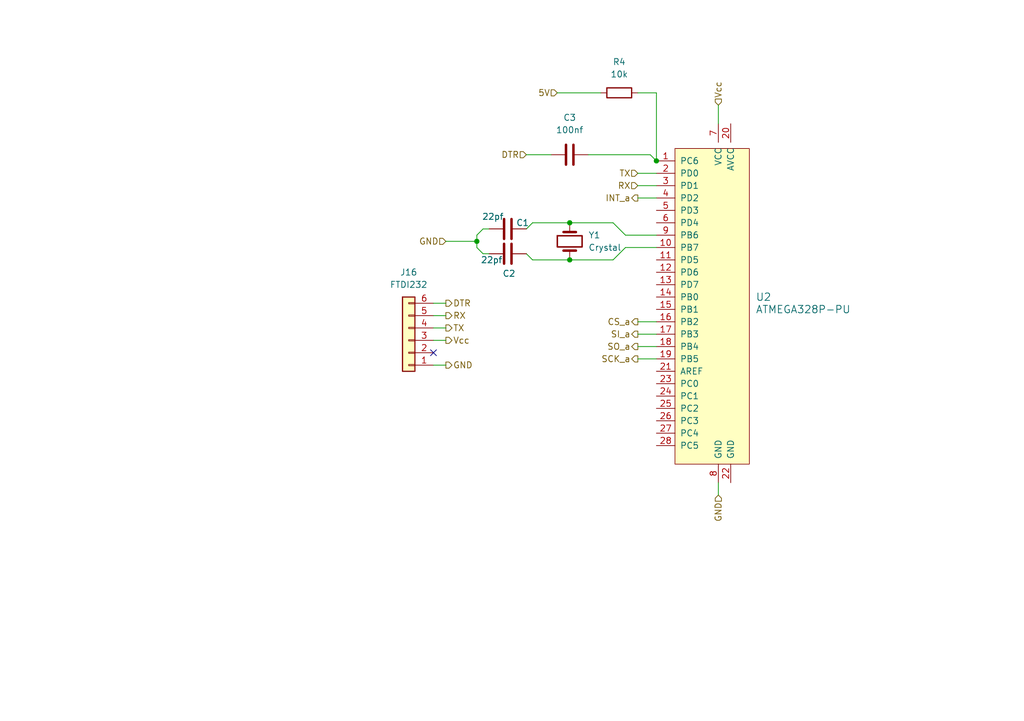
<source format=kicad_sch>
(kicad_sch (version 20231120) (generator "eeschema") (generator_version "8.0")
  (paper "A5")
  (title_block (title "All connections") (date "2024-07-21"))
  (lib_symbols
    (symbol "Connector_Generic:Conn_01x06" (pin_names (offset 1.016) hide)
      (property "Reference" "J" (at 0 7.62 0))
      (property "Value" "Conn_01x06" (at 0 -10.16 0))
      (symbol "Conn_01x06_1_1"
        (rectangle (start -1.27 -7.493) (end 0 -7.747) (stroke (width 0.1524)))
        (rectangle (start -1.27 -4.953) (end 0 -5.207) (stroke (width 0.1524)))
        (rectangle (start -1.27 -2.413) (end 0 -2.667) (stroke (width 0.1524)))
        (rectangle (start -1.27 0.127) (end 0 -0.127) (stroke (width 0.1524)))
        (rectangle (start -1.27 2.667) (end 0 2.413) (stroke (width 0.1524)))
        (rectangle (start -1.27 5.207) (end 0 4.953) (stroke (width 0.1524)))
        (rectangle (start -1.27 6.35) (end 1.27 -8.89) (stroke (width 0.254)) (fill (type background)))
        (pin passive line (at -5.08 5.08 0) (length 3.81) (name "Pin_1") (number "1"))
        (pin passive line (at -5.08 2.54 0) (length 3.81) (name "Pin_2") (number "2"))
        (pin passive line (at -5.08 0 0) (length 3.81) (name "Pin_3") (number "3"))
        (pin passive line (at -5.08 -2.54 0) (length 3.81) (name "Pin_4") (number "4"))
        (pin passive line (at -5.08 -5.08 0) (length 3.81) (name "Pin_5") (number "5"))
        (pin passive line (at -5.08 -7.62 0) (length 3.81) (name "Pin_6") (number "6"))
      )
    )
    (symbol "Device:C" (pin_numbers hide) (pin_names (offset 0.254))
      (property "Reference" "C" (at 0.635 2.54 0))
      (property "Value" "C" (at 0.635 -2.54 0))
      (symbol "C_0_1"
        (polyline (pts (xy -2.032 -0.762) (xy 2.032 -0.762)) (stroke (width 0.508)))
        (polyline (pts (xy -2.032 0.762) (xy 2.032 0.762)) (stroke (width 0.508)))
      )
      (symbol "C_1_1"
        (pin passive line (at 0 3.81 270) (length 2.794) (name "~") (number "1"))
        (pin passive line (at 0 -3.81 90) (length 2.794) (name "~") (number "2"))
      )
    )
    (symbol "Device:Crystal" (pin_numbers hide) (pin_names (offset 1.016) hide)
      (property "Reference" "Y" (at 0 3.81 0))
      (property "Value" "Crystal" (at 0 -3.81 0))
      (symbol "Crystal_0_1"
        (rectangle (start -1.143 2.54) (end 1.143 -2.54) (stroke (width 0.3048)))
        (polyline (pts (xy -2.54 0) (xy -1.905 0)))
        (polyline (pts (xy -1.905 -1.27) (xy -1.905 1.27)) (stroke (width 0.508)))
        (polyline (pts (xy 1.905 -1.27) (xy 1.905 1.27)) (stroke (width 0.508)))
        (polyline (pts (xy 2.54 0) (xy 1.905 0)))
      )
      (symbol "Crystal_1_1"
        (pin passive line (at -3.81 0 0) (length 1.27) (name "1") (number "1"))
        (pin passive line (at 3.81 0 180) (length 1.27) (name "2") (number "2"))
      )
    )
    (symbol "Device:R" (pin_numbers hide) (pin_names (offset 0))
      (property "Reference" "R" (at 2.032 0 90))
      (property "Value" "R" (at 0 0 90))
      (symbol "R_0_1"
        (rectangle (start -1.016 -2.54) (end 1.016 2.54) (stroke (width 0.254)))
      )
      (symbol "R_1_1"
        (pin passive line (at 0 3.81 270) (length 1.27) (name "~") (number "1"))
        (pin passive line (at 0 -3.81 90) (length 1.27) (name "~") (number "2"))
      )
    )
    (symbol "dk_Embedded-Microcontrollers:ATMEGA328P-PU" (pin_names (offset 1.016))
      (property "Reference" "U" (at -8.89 33.02 0))
      (property "Value" "ATMEGA328P-PU" (at 2.54 -1.27 90))
      (symbol "ATMEGA328P-PU_0_1"
        (rectangle (start -8.89 30.48) (end 6.35 -34.29) (fill (type background)))
      )
      (symbol "ATMEGA328P-PU_1_1"
        (pin bidirectional line (at -12.7 27.94 0) (length 3.81) (name "PC6") (number "1"))
        (pin bidirectional line (at -12.7 10.16 0) (length 3.81) (name "PB7") (number "10"))
        (pin bidirectional line (at -12.7 7.62 0) (length 3.81) (name "PD5") (number "11"))
        (pin bidirectional line (at -12.7 5.08 0) (length 3.81) (name "PD6") (number "12"))
        (pin bidirectional line (at -12.7 2.54 0) (length 3.81) (name "PD7") (number "13"))
        (pin bidirectional line (at -12.7 0 0) (length 3.81) (name "PB0") (number "14"))
        (pin bidirectional line (at -12.7 -2.54 0) (length 3.81) (name "PB1") (number "15"))
        (pin bidirectional line (at -12.7 -5.08 0) (length 3.81) (name "PB2") (number "16"))
        (pin bidirectional line (at -12.7 -7.62 0) (length 3.81) (name "PB3") (number "17"))
        (pin bidirectional line (at -12.7 -10.16 0) (length 3.81) (name "PB4") (number "18"))
        (pin bidirectional line (at -12.7 -12.7 0) (length 3.81) (name "PB5") (number "19"))
        (pin bidirectional line (at -12.7 25.4 0) (length 3.81) (name "PD0") (number "2"))
        (pin power_in line (at 2.54 35.56 270) (length 3.81) (name "AVCC") (number "20"))
        (pin input line (at -12.7 -15.24 0) (length 3.81) (name "AREF") (number "21"))
        (pin power_in line (at 2.54 -38.1 90) (length 3.81) (name "GND") (number "22"))
        (pin bidirectional line (at -12.7 -17.78 0) (length 3.81) (name "PC0") (number "23"))
        (pin bidirectional line (at -12.7 -20.32 0) (length 3.81) (name "PC1") (number "24"))
        (pin bidirectional line (at -12.7 -22.86 0) (length 3.81) (name "PC2") (number "25"))
        (pin bidirectional line (at -12.7 -25.4 0) (length 3.81) (name "PC3") (number "26"))
        (pin bidirectional line (at -12.7 -27.94 0) (length 3.81) (name "PC4") (number "27"))
        (pin bidirectional line (at -12.7 -30.48 0) (length 3.81) (name "PC5") (number "28"))
        (pin bidirectional line (at -12.7 22.86 0) (length 3.81) (name "PD1") (number "3"))
        (pin bidirectional line (at -12.7 20.32 0) (length 3.81) (name "PD2") (number "4"))
        (pin bidirectional line (at -12.7 17.78 0) (length 3.81) (name "PD3") (number "5"))
        (pin bidirectional line (at -12.7 15.24 0) (length 3.81) (name "PD4") (number "6"))
        (pin power_in line (at 0 35.56 270) (length 3.81) (name "VCC") (number "7"))
        (pin power_in line (at 0 -38.1 90) (length 3.81) (name "GND") (number "8"))
        (pin bidirectional line (at -12.7 12.7 0) (length 3.81) (name "PB6") (number "9"))
      )
    )
  )
  (junction (at 116.84 53.34))
  (junction (at 97.79 49.53))
  (junction (at 134.62 33.02))
  (junction (at 116.84 45.72))
  (no_connect (at 88.9 72.39))
  (wire (pts (xy 99.06 46.99) (xy 100.33 46.99)))
  (wire (pts (xy 97.79 49.53) (xy 97.79 50.8)))
  (wire (pts (xy 130.81 66.04) (xy 134.62 66.04)))
  (wire (pts (xy 128.27 48.26) (xy 125.73 45.72)))
  (wire (pts (xy 114.3 19.05) (xy 123.19 19.05)))
  (wire (pts (xy 147.32 21.59) (xy 147.32 25.4)))
  (wire (pts (xy 128.27 50.8) (xy 125.73 53.34)))
  (wire (pts (xy 130.81 71.12) (xy 134.62 71.12)))
  (wire (pts (xy 116.84 53.34) (xy 125.73 53.34)))
  (wire (pts (xy 88.9 67.31) (xy 91.44 67.31)))
  (wire (pts (xy 130.81 73.66) (xy 134.62 73.66)))
  (wire (pts (xy 88.9 74.93) (xy 91.44 74.93)))
  (wire (pts (xy 130.81 38.1) (xy 134.62 38.1)))
  (wire (pts (xy 88.9 62.23) (xy 91.44 62.23)))
  (wire (pts (xy 130.81 19.05) (xy 134.62 19.05)))
  (wire (pts (xy 109.22 45.72) (xy 107.95 46.99)))
  (wire (pts (xy 116.84 45.72) (xy 109.22 45.72)))
  (wire (pts (xy 130.81 68.58) (xy 134.62 68.58)))
  (wire (pts (xy 109.22 53.34) (xy 107.95 52.07)))
  (wire (pts (xy 99.06 46.99) (xy 97.79 48.26)))
  (wire (pts (xy 91.44 49.53) (xy 97.79 49.53)))
  (wire (pts (xy 99.06 52.07) (xy 100.33 52.07)))
  (wire (pts (xy 134.62 19.05) (xy 134.62 33.02)))
  (wire (pts (xy 133.35 31.75) (xy 134.62 33.02)))
  (wire (pts (xy 147.32 101.6) (xy 147.32 99.06)))
  (wire (pts (xy 120.65 31.75) (xy 133.35 31.75)))
  (wire (pts (xy 88.9 64.77) (xy 91.44 64.77)))
  (wire (pts (xy 130.81 35.56) (xy 134.62 35.56)))
  (wire (pts (xy 88.9 69.85) (xy 91.44 69.85)))
  (wire (pts (xy 107.95 31.75) (xy 113.03 31.75)))
  (wire (pts (xy 116.84 45.72) (xy 125.73 45.72)))
  (wire (pts (xy 97.79 48.26) (xy 97.79 49.53)))
  (wire (pts (xy 128.27 50.8) (xy 134.62 50.8)))
  (wire (pts (xy 116.84 53.34) (xy 109.22 53.34)))
  (wire (pts (xy 128.27 48.26) (xy 134.62 48.26)))
  (wire (pts (xy 97.79 50.8) (xy 99.06 52.07)))
  (wire (pts (xy 130.81 40.64) (xy 134.62 40.64)))
  (hierarchical_label "GND" (shape output) (at 91.44 74.93 0))
  (hierarchical_label "DTR" (shape input) (at 107.95 31.75 180))
  (hierarchical_label "SI_a" (shape output) (at 130.81 68.58 180))
  (hierarchical_label "5V" (shape input) (at 114.3 19.05 180))
  (hierarchical_label "SCK_a" (shape output) (at 130.81 73.66 180))
  (hierarchical_label "GND" (shape input) (at 147.32 101.6 270))
  (hierarchical_label "Vcc" (shape output) (at 91.44 69.85 0))
  (hierarchical_label "CS_a" (shape output) (at 130.81 66.04 180))
  (hierarchical_label "TX" (shape input) (at 130.81 35.56 180))
  (hierarchical_label "RX" (shape input) (at 130.81 38.1 180))
  (hierarchical_label "RX" (shape output) (at 91.44 64.77 0))
  (hierarchical_label "GND" (shape input) (at 91.44 49.53 180))
  (hierarchical_label "SO_a" (shape output) (at 130.81 71.12 180))
  (hierarchical_label "Vcc" (shape input) (at 147.32 21.59 90))
  (hierarchical_label "DTR" (shape output) (at 91.44 62.23 0))
  (hierarchical_label "TX" (shape output) (at 91.44 67.31 0))
  (hierarchical_label "INT_a" (shape output) (at 130.81 40.64 180))
  (symbol (lib_id "Device:R") (at 127 19.05 90) (unit 1)
    (property "Reference" "R4" (at 127 12.7 90))
    (property "Value" "10k" (at 127 15.24 90))
    (property "Description" "Resistor" (effects (hide yes)))
    (instances (project "Embedded project" (path "" (reference "R4") (unit 1)) (path "" (reference "R5") (unit 1))))
  )
  (symbol (lib_id "Connector_Generic:Conn_01x06") (at 83.82 69.85 180) (unit 1)
    (property "Reference" "J16" (at 83.82 55.88 0))
    (property "Value" "FTDI232" (at 83.82 58.42 0))
    (property "Footprint" "Connector_PinHeader_1.00mm:PinHeader_1x06_P1.00mm_Vertical" (effects (hide yes)))
    (property "Description" "Generic connector, single row, 01x06, script generated (kicad-library-utils/schlib/autogen/connector/)" (effects (hide yes)))
    (instances (project "Embedded project" (path "" (reference "J16") (unit 1)) (path "" (reference "J17") (unit 1))))
  )
  (symbol (lib_id "dk_Embedded-Microcontrollers:ATMEGA328P-PU") (at 147.32 60.96 0) (unit 1)
    (property "Reference" "U2" (at 154.94 60.9599 0) (effects (font (size 1.524 1.524)) (justify left)))
    (property "Value" "ATMEGA328P-PU" (at 154.94 63.4999 0) (effects (font (size 1.524 1.524)) (justify left)))
    (property "Footprint" "digikey-footprints:DIP-28_W7.62mm" (effects (hide yes)))
    (property "Datasheet" "http://www.microchip.com/mymicrochip/filehandler.aspx?ddocname=en608326" (effects (hide yes)))
    (property "Description" "IC MCU 8BIT 32KB FLASH 28DIP" (effects (hide yes)))
    (property "MPN" "ATMEGA328P-PU" (effects (hide yes)))
    (property "Category" "Integrated Circuits (ICs)" (effects (hide yes)))
    (property "Family" "Embedded - Microcontrollers" (effects (hide yes)))
    (property "DK_Datasheet_Link" "http://www.microchip.com/mymicrochip/filehandler.aspx?ddocname=en608326" (effects (hide yes)))
    (property "DK_Detail_Page" "/product-detail/en/microchip-technology/ATMEGA328P-PU/ATMEGA328P-PU-ND/1914589" (effects (hide yes)))
    (property "Manufacturer" "Microchip Technology" (effects (hide yes)))
    (property "Status" "Active" (effects (hide yes)))
    (instances (project "Embedded project" (path "" (reference "U2") (unit 1)) (path "" (reference "U6") (unit 1))))
  )
  (symbol (lib_id "Device:Crystal") (at 116.84 49.53 90) (unit 1)
    (property "Reference" "Y1" (at 120.65 48.2599 90) (effects (justify right)))
    (property "Value" "Crystal" (at 120.65 50.7999 90) (effects (justify right)))
    (property "Description" "Two pin crystal" (effects (hide yes)))
    (instances (project "Embedded project" (path "" (reference "Y1") (unit 1)) (path "" (reference "Y5") (unit 1))))
  )
  (symbol (lib_id "Device:C") (at 116.84 31.75 270) (unit 1)
    (property "Reference" "C3" (at 116.84 24.13 90))
    (property "Value" "100nf" (at 116.84 26.67 90))
    (property "Footprint" "Capacitor_THT:C_Disc_D3.0mm_W1.6mm_P2.50mm" (effects (hide yes)))
    (property "Description" "Unpolarized capacitor" (effects (hide yes)))
    (instances (project "Embedded project" (path "" (reference "C3") (unit 1)) (path "" (reference "C15") (unit 1))))
  )
  (symbol (lib_id "Device:C") (at 104.14 52.07 90) (unit 1)
    (property "Reference" "C2" (at 104.394 56.134 90))
    (property "Value" "22pf" (at 101.092 44.45 90))
    (property "Footprint" "Capacitor_THT:C_Disc_D3.0mm_W1.6mm_P2.50mm" (effects (hide yes)))
    (property "Description" "Unpolarized capacitor" (effects (hide yes)))
    (instances (project "Embedded project" (path "" (reference "C2") (unit 1)) (path "" (reference "C14") (unit 1))))
  )
  (symbol (lib_id "Device:C") (at 104.14 46.99 90) (unit 1)
    (property "Reference" "C1" (at 107.188 45.72 90))
    (property "Value" "22pf" (at 100.838 53.34 90))
    (property "Footprint" "Capacitor_THT:C_Disc_D3.0mm_W1.6mm_P2.50mm" (effects (hide yes)))
    (property "Description" "Unpolarized capacitor" (effects (hide yes)))
    (instances (project "Embedded project" (path "" (reference "C1") (unit 1)) (path "" (reference "C13") (unit 1))))
  )
)
</source>
